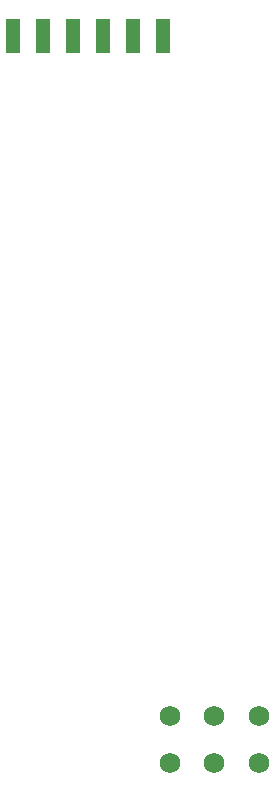
<source format=gbr>
G04 DipTrace 4.0.0.2*
G04 BottomPaste.gbr*
%MOIN*%
G04 #@! TF.FileFunction,Paste,Bot*
G04 #@! TF.Part,Single*
%ADD26C,0.068895*%
%ADD28R,0.04606X0.11417*%
%FSLAX26Y26*%
G04*
G70*
G90*
G75*
G01*
G04 BotPaste*
%LPD*%
D28*
X479349Y3155511D3*
X579349D3*
X679349D3*
X779349D3*
X879349D3*
X979349D3*
D26*
X999427Y732578D3*
X1149034D3*
X1298640D3*
Y889665D3*
X1149034D3*
X999427D3*
M02*

</source>
